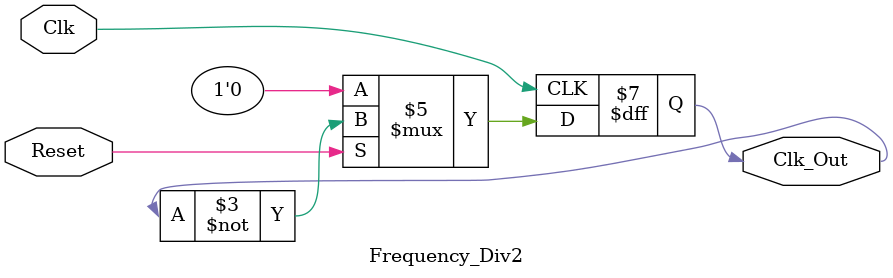
<source format=v>
`timescale 1ns / 1ps


module Frequency_Div2(
    input Clk,
    input Reset,
    output reg Clk_Out
    );
    
    always @(posedge Clk)
        if(!Reset)
            Clk_Out <= 0;
        else
            Clk_Out <= ~ Clk_Out;    
    
endmodule

</source>
